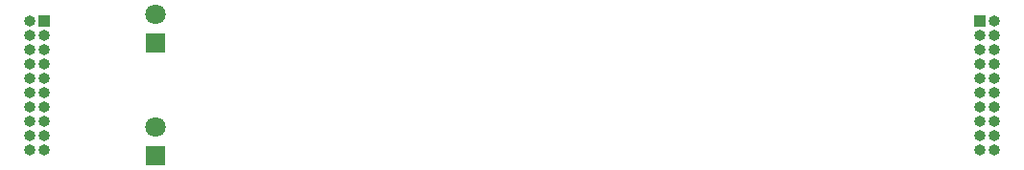
<source format=gbr>
%TF.GenerationSoftware,KiCad,Pcbnew,8.0.8+1*%
%TF.CreationDate,2025-01-23T15:05:37+01:00*%
%TF.ProjectId,IR-sensor,49522d73-656e-4736-9f72-2e6b69636164,rev?*%
%TF.SameCoordinates,Original*%
%TF.FileFunction,Soldermask,Bot*%
%TF.FilePolarity,Negative*%
%FSLAX46Y46*%
G04 Gerber Fmt 4.6, Leading zero omitted, Abs format (unit mm)*
G04 Created by KiCad (PCBNEW 8.0.8+1) date 2025-01-23 15:05:37*
%MOMM*%
%LPD*%
G01*
G04 APERTURE LIST*
%ADD10R,1.800000X1.800000*%
%ADD11C,1.800000*%
%ADD12R,1.000000X1.000000*%
%ADD13O,1.000000X1.000000*%
G04 APERTURE END LIST*
D10*
%TO.C,D5*%
X63535000Y-56275000D03*
D11*
X63535000Y-53735000D03*
%TD*%
D10*
%TO.C,D6*%
X63535000Y-66275000D03*
D11*
X63535000Y-63735000D03*
%TD*%
D12*
%TO.C,J3*%
X53700000Y-54285000D03*
D13*
X52430000Y-54285000D03*
X53700000Y-55555000D03*
X52430000Y-55555000D03*
X53700000Y-56825000D03*
X52430000Y-56825000D03*
X53700000Y-58095000D03*
X52430000Y-58095000D03*
X53700000Y-59365000D03*
X52430000Y-59365000D03*
X53700000Y-60635000D03*
X52430000Y-60635000D03*
X53700000Y-61905000D03*
X52430000Y-61905000D03*
X53700000Y-63175000D03*
X52430000Y-63175000D03*
X53700000Y-64445000D03*
X52430000Y-64445000D03*
X53700000Y-65715000D03*
X52430000Y-65715000D03*
%TD*%
D12*
%TO.C,J2*%
X136225000Y-54285000D03*
D13*
X137495000Y-54285000D03*
X136225000Y-55555000D03*
X137495000Y-55555000D03*
X136225000Y-56825000D03*
X137495000Y-56825000D03*
X136225000Y-58095000D03*
X137495000Y-58095000D03*
X136225000Y-59365000D03*
X137495000Y-59365000D03*
X136225000Y-60635000D03*
X137495000Y-60635000D03*
X136225000Y-61905000D03*
X137495000Y-61905000D03*
X136225000Y-63175000D03*
X137495000Y-63175000D03*
X136225000Y-64445000D03*
X137495000Y-64445000D03*
X136225000Y-65715000D03*
X137495000Y-65715000D03*
%TD*%
M02*

</source>
